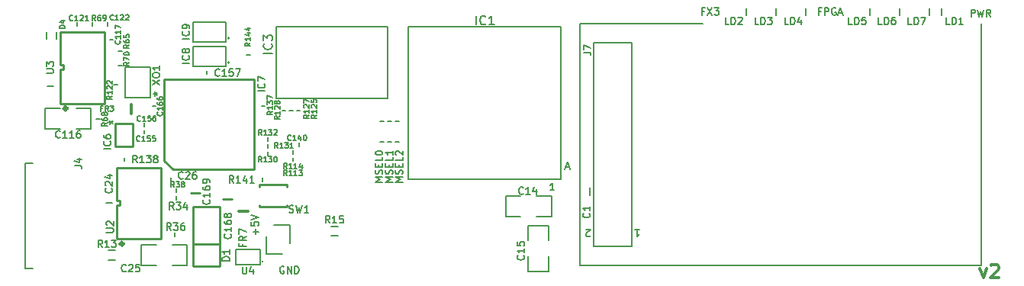
<source format=gto>
G04 (created by PCBNEW (2013-07-07 BZR 4022)-stable) date 27/11/2015 23:20:48*
%MOIN*%
G04 Gerber Fmt 3.4, Leading zero omitted, Abs format*
%FSLAX34Y34*%
G01*
G70*
G90*
G04 APERTURE LIST*
%ADD10C,0.00590551*%
%ADD11C,0.00787402*%
%ADD12C,0.012*%
%ADD13C,0.0117*%
%ADD14C,0.0077*%
%ADD15C,0.00984252*%
%ADD16C,0.0157*%
%ADD17C,0.01*%
%ADD18C,0.0079*%
%ADD19C,0.005*%
G04 APERTURE END LIST*
G54D10*
G54D11*
X66723Y-57854D02*
X66708Y-57869D01*
X66678Y-57884D01*
X66603Y-57884D01*
X66573Y-57869D01*
X66558Y-57854D01*
X66543Y-57824D01*
X66543Y-57794D01*
X66558Y-57749D01*
X66738Y-57569D01*
X66543Y-57569D01*
X68689Y-57569D02*
X68869Y-57569D01*
X68779Y-57569D02*
X68779Y-57884D01*
X68809Y-57839D01*
X68839Y-57809D01*
X68869Y-57794D01*
G54D12*
X83751Y-59294D02*
X83892Y-59687D01*
X84032Y-59294D01*
X84229Y-59153D02*
X84257Y-59125D01*
X84313Y-59097D01*
X84454Y-59097D01*
X84510Y-59125D01*
X84538Y-59153D01*
X84566Y-59209D01*
X84566Y-59266D01*
X84538Y-59350D01*
X84201Y-59687D01*
X84566Y-59687D01*
G54D11*
X76799Y-48033D02*
X76694Y-48033D01*
X76694Y-48198D02*
X76694Y-47883D01*
X76844Y-47883D01*
X76964Y-48198D02*
X76964Y-47883D01*
X77084Y-47883D01*
X77114Y-47898D01*
X77129Y-47913D01*
X77144Y-47943D01*
X77144Y-47988D01*
X77129Y-48018D01*
X77114Y-48033D01*
X77084Y-48048D01*
X76964Y-48048D01*
X77444Y-47898D02*
X77414Y-47883D01*
X77369Y-47883D01*
X77324Y-47898D01*
X77294Y-47928D01*
X77279Y-47958D01*
X77264Y-48018D01*
X77264Y-48063D01*
X77279Y-48123D01*
X77294Y-48153D01*
X77324Y-48183D01*
X77369Y-48198D01*
X77399Y-48198D01*
X77444Y-48183D01*
X77459Y-48168D01*
X77459Y-48063D01*
X77399Y-48063D01*
X77579Y-48108D02*
X77729Y-48108D01*
X77549Y-48198D02*
X77654Y-47883D01*
X77759Y-48198D01*
X71713Y-48033D02*
X71608Y-48033D01*
X71608Y-48198D02*
X71608Y-47883D01*
X71758Y-47883D01*
X71848Y-47883D02*
X72058Y-48198D01*
X72058Y-47883D02*
X71848Y-48198D01*
X72148Y-47883D02*
X72343Y-47883D01*
X72238Y-48003D01*
X72283Y-48003D01*
X72313Y-48018D01*
X72328Y-48033D01*
X72343Y-48063D01*
X72343Y-48138D01*
X72328Y-48168D01*
X72313Y-48183D01*
X72283Y-48198D01*
X72193Y-48198D01*
X72163Y-48183D01*
X72148Y-48168D01*
X83359Y-48277D02*
X83359Y-47962D01*
X83479Y-47962D01*
X83509Y-47977D01*
X83524Y-47992D01*
X83539Y-48022D01*
X83539Y-48067D01*
X83524Y-48097D01*
X83509Y-48112D01*
X83479Y-48127D01*
X83359Y-48127D01*
X83644Y-47962D02*
X83719Y-48277D01*
X83779Y-48052D01*
X83839Y-48277D01*
X83914Y-47962D01*
X84214Y-48277D02*
X84109Y-48127D01*
X84034Y-48277D02*
X84034Y-47962D01*
X84154Y-47962D01*
X84184Y-47977D01*
X84199Y-47992D01*
X84214Y-48022D01*
X84214Y-48067D01*
X84199Y-48097D01*
X84184Y-48112D01*
X84154Y-48127D01*
X84034Y-48127D01*
X58099Y-55497D02*
X57784Y-55497D01*
X58009Y-55392D01*
X57784Y-55287D01*
X58099Y-55287D01*
X58084Y-55152D02*
X58099Y-55107D01*
X58099Y-55032D01*
X58084Y-55002D01*
X58069Y-54987D01*
X58039Y-54972D01*
X58009Y-54972D01*
X57979Y-54987D01*
X57964Y-55002D01*
X57949Y-55032D01*
X57934Y-55092D01*
X57919Y-55122D01*
X57904Y-55137D01*
X57874Y-55152D01*
X57844Y-55152D01*
X57814Y-55137D01*
X57799Y-55122D01*
X57784Y-55092D01*
X57784Y-55017D01*
X57799Y-54972D01*
X57934Y-54837D02*
X57934Y-54732D01*
X58099Y-54687D02*
X58099Y-54837D01*
X57784Y-54837D01*
X57784Y-54687D01*
X58099Y-54402D02*
X58099Y-54552D01*
X57784Y-54552D01*
X58099Y-54132D02*
X58099Y-54312D01*
X58099Y-54222D02*
X57784Y-54222D01*
X57829Y-54252D01*
X57859Y-54282D01*
X57874Y-54312D01*
X58532Y-55497D02*
X58218Y-55497D01*
X58443Y-55392D01*
X58218Y-55287D01*
X58532Y-55287D01*
X58517Y-55152D02*
X58532Y-55107D01*
X58532Y-55032D01*
X58517Y-55002D01*
X58502Y-54987D01*
X58473Y-54972D01*
X58443Y-54972D01*
X58413Y-54987D01*
X58398Y-55002D01*
X58383Y-55032D01*
X58368Y-55092D01*
X58353Y-55122D01*
X58338Y-55137D01*
X58308Y-55152D01*
X58278Y-55152D01*
X58248Y-55137D01*
X58233Y-55122D01*
X58218Y-55092D01*
X58218Y-55017D01*
X58233Y-54972D01*
X58368Y-54837D02*
X58368Y-54732D01*
X58532Y-54687D02*
X58532Y-54837D01*
X58218Y-54837D01*
X58218Y-54687D01*
X58532Y-54402D02*
X58532Y-54552D01*
X58218Y-54552D01*
X58248Y-54312D02*
X58233Y-54297D01*
X58218Y-54267D01*
X58218Y-54192D01*
X58233Y-54162D01*
X58248Y-54147D01*
X58278Y-54132D01*
X58308Y-54132D01*
X58353Y-54147D01*
X58532Y-54327D01*
X58532Y-54132D01*
X57647Y-55497D02*
X57332Y-55497D01*
X57557Y-55392D01*
X57332Y-55287D01*
X57647Y-55287D01*
X57632Y-55152D02*
X57647Y-55107D01*
X57647Y-55032D01*
X57632Y-55002D01*
X57617Y-54987D01*
X57587Y-54972D01*
X57557Y-54972D01*
X57527Y-54987D01*
X57512Y-55002D01*
X57497Y-55032D01*
X57482Y-55092D01*
X57467Y-55122D01*
X57452Y-55137D01*
X57422Y-55152D01*
X57392Y-55152D01*
X57362Y-55137D01*
X57347Y-55122D01*
X57332Y-55092D01*
X57332Y-55017D01*
X57347Y-54972D01*
X57482Y-54837D02*
X57482Y-54732D01*
X57647Y-54687D02*
X57647Y-54837D01*
X57332Y-54837D01*
X57332Y-54687D01*
X57647Y-54402D02*
X57647Y-54552D01*
X57332Y-54552D01*
X57332Y-54237D02*
X57332Y-54207D01*
X57347Y-54177D01*
X57362Y-54162D01*
X57392Y-54147D01*
X57452Y-54132D01*
X57527Y-54132D01*
X57587Y-54147D01*
X57617Y-54162D01*
X57632Y-54177D01*
X57647Y-54207D01*
X57647Y-54237D01*
X57632Y-54267D01*
X57617Y-54282D01*
X57587Y-54297D01*
X57527Y-54312D01*
X57452Y-54312D01*
X57392Y-54297D01*
X57362Y-54282D01*
X57347Y-54267D01*
X57332Y-54237D01*
X53342Y-59197D02*
X53312Y-59182D01*
X53267Y-59182D01*
X53222Y-59197D01*
X53192Y-59227D01*
X53177Y-59257D01*
X53162Y-59317D01*
X53162Y-59362D01*
X53177Y-59422D01*
X53192Y-59452D01*
X53222Y-59482D01*
X53267Y-59497D01*
X53297Y-59497D01*
X53342Y-59482D01*
X53357Y-59467D01*
X53357Y-59362D01*
X53297Y-59362D01*
X53492Y-59497D02*
X53492Y-59182D01*
X53672Y-59497D01*
X53672Y-59182D01*
X53822Y-59497D02*
X53822Y-59182D01*
X53897Y-59182D01*
X53942Y-59197D01*
X53972Y-59227D01*
X53987Y-59257D01*
X54002Y-59317D01*
X54002Y-59362D01*
X53987Y-59422D01*
X53972Y-59452D01*
X53942Y-59482D01*
X53897Y-59497D01*
X53822Y-59497D01*
X52113Y-57786D02*
X52113Y-57546D01*
X52233Y-57666D02*
X51993Y-57666D01*
X51918Y-57246D02*
X51918Y-57396D01*
X52068Y-57411D01*
X52053Y-57396D01*
X52038Y-57366D01*
X52038Y-57291D01*
X52053Y-57261D01*
X52068Y-57246D01*
X52098Y-57231D01*
X52173Y-57231D01*
X52203Y-57246D01*
X52218Y-57261D01*
X52233Y-57291D01*
X52233Y-57366D01*
X52218Y-57396D01*
X52203Y-57411D01*
X51918Y-57141D02*
X52233Y-57036D01*
X51918Y-56931D01*
X82086Y-48228D02*
X82086Y-47913D01*
X58759Y-48700D02*
X58759Y-55393D01*
X65452Y-55393D02*
X65452Y-48700D01*
X65452Y-48700D02*
X58759Y-48700D01*
X65452Y-55393D02*
X58759Y-55393D01*
G54D13*
X46673Y-52499D02*
X46673Y-52107D01*
X51378Y-56771D02*
X51770Y-56771D01*
G54D14*
X57874Y-53759D02*
X58030Y-53759D01*
X57874Y-52854D02*
X58030Y-52854D01*
X57540Y-53759D02*
X57696Y-53759D01*
X57540Y-52854D02*
X57696Y-52854D01*
X52362Y-52165D02*
X52518Y-52165D01*
X58209Y-52854D02*
X58365Y-52854D01*
X58209Y-53759D02*
X58365Y-53759D01*
X45906Y-51259D02*
X46062Y-51259D01*
X52637Y-53544D02*
X52637Y-53700D01*
X46377Y-54585D02*
X46377Y-54429D01*
X53740Y-54585D02*
X53740Y-54429D01*
X54054Y-52362D02*
X53898Y-52362D01*
X52637Y-53859D02*
X52637Y-54015D01*
X52637Y-54173D02*
X52637Y-54329D01*
X53424Y-52362D02*
X53268Y-52362D01*
X53739Y-52362D02*
X53583Y-52362D01*
X53740Y-54270D02*
X53740Y-54114D01*
X52401Y-55315D02*
X52401Y-55471D01*
X51869Y-49940D02*
X51713Y-49940D01*
X47244Y-53229D02*
X47244Y-53385D01*
X47599Y-52185D02*
X47755Y-52185D01*
X49980Y-50630D02*
X49980Y-50786D01*
X47244Y-52914D02*
X47244Y-53070D01*
X53996Y-53780D02*
X53996Y-53936D01*
G54D15*
X46751Y-53956D02*
X45964Y-53956D01*
X46751Y-52933D02*
X46751Y-53956D01*
X45964Y-52933D02*
X46751Y-52933D01*
X45964Y-53956D02*
X45964Y-52933D01*
X53464Y-56574D02*
X53464Y-56496D01*
X53464Y-55629D02*
X53464Y-55708D01*
X52283Y-55629D02*
X52283Y-55708D01*
X52283Y-56574D02*
X52283Y-56496D01*
X53464Y-55610D02*
X52283Y-55610D01*
X53464Y-56594D02*
X52283Y-56594D01*
G54D16*
X46330Y-58208D02*
G75*
G03X46330Y-58208I-70J0D01*
G74*
G01*
G54D17*
X46042Y-57991D02*
X46042Y-56515D01*
X46042Y-56515D02*
X46180Y-56515D01*
X46180Y-56515D02*
X46180Y-56318D01*
X46180Y-56318D02*
X46042Y-56318D01*
X46042Y-56318D02*
X46042Y-54862D01*
X46042Y-54862D02*
X47972Y-54862D01*
X47972Y-54862D02*
X47972Y-57991D01*
X47972Y-57991D02*
X46042Y-57991D01*
G54D16*
X43869Y-52283D02*
G75*
G03X43869Y-52283I-70J0D01*
G74*
G01*
G54D17*
X43582Y-52066D02*
X43582Y-50590D01*
X43582Y-50590D02*
X43720Y-50590D01*
X43720Y-50590D02*
X43720Y-50393D01*
X43720Y-50393D02*
X43582Y-50393D01*
X43582Y-50393D02*
X43582Y-48937D01*
X43582Y-48937D02*
X45512Y-48937D01*
X45512Y-48937D02*
X45512Y-52066D01*
X45512Y-52066D02*
X43582Y-52066D01*
X49369Y-58208D02*
X50551Y-58208D01*
X49369Y-56594D02*
X50551Y-56594D01*
X50551Y-56594D02*
X50551Y-59192D01*
X50551Y-59192D02*
X49369Y-59192D01*
X49369Y-59192D02*
X49369Y-56594D01*
G54D15*
X51082Y-56259D02*
X50688Y-56259D01*
X49665Y-55984D02*
X49271Y-55984D01*
G54D11*
X47480Y-51811D02*
X46417Y-51811D01*
X46417Y-51811D02*
X46417Y-50472D01*
X46417Y-50472D02*
X47519Y-50472D01*
X47519Y-50472D02*
X47519Y-51811D01*
X47519Y-51811D02*
X47480Y-51811D01*
G54D15*
X48110Y-54566D02*
X48503Y-54960D01*
X48110Y-54566D02*
X48110Y-51023D01*
X48110Y-51023D02*
X52047Y-51023D01*
X52047Y-51023D02*
X52047Y-54960D01*
X52047Y-54960D02*
X48503Y-54960D01*
G54D11*
X53602Y-58188D02*
X53602Y-57362D01*
X53602Y-57362D02*
X52893Y-57362D01*
X53287Y-58661D02*
X52578Y-58661D01*
X52578Y-58661D02*
X52578Y-57874D01*
X52439Y-58976D02*
G75*
G03X52439Y-58976I-27J0D01*
G74*
G01*
X52293Y-59055D02*
X52293Y-58444D01*
X52293Y-58444D02*
X51250Y-58444D01*
X51250Y-58444D02*
X51250Y-59114D01*
X51250Y-59114D02*
X52293Y-59114D01*
X52293Y-59114D02*
X52293Y-59055D01*
X57883Y-51860D02*
X53001Y-51860D01*
X53001Y-48710D02*
X53001Y-51860D01*
X53001Y-48710D02*
X57883Y-48710D01*
X57883Y-48710D02*
X57883Y-51860D01*
X50964Y-49212D02*
G75*
G03X50964Y-49212I-39J0D01*
G74*
G01*
X49389Y-49370D02*
X50807Y-49370D01*
X50807Y-49370D02*
X50807Y-48503D01*
X50807Y-48503D02*
X49389Y-48503D01*
X49389Y-49370D02*
X49389Y-48503D01*
X50964Y-50275D02*
G75*
G03X50964Y-50275I-39J0D01*
G74*
G01*
X49389Y-50433D02*
X50807Y-50433D01*
X50807Y-50433D02*
X50807Y-49566D01*
X50807Y-49566D02*
X49389Y-49566D01*
X49389Y-50433D02*
X49389Y-49566D01*
X81535Y-47913D02*
X81535Y-48228D01*
X80236Y-47913D02*
X80236Y-48228D01*
X78937Y-47913D02*
X78937Y-48228D01*
X76141Y-47913D02*
X76141Y-48228D01*
X74842Y-47913D02*
X74842Y-48228D01*
X73543Y-47913D02*
X73543Y-48228D01*
G54D18*
X45983Y-58493D02*
X45669Y-58493D01*
X45983Y-58917D02*
X45669Y-58917D01*
G54D11*
X42047Y-59271D02*
X42381Y-59271D01*
X42047Y-54665D02*
X42381Y-54665D01*
X42047Y-54665D02*
X42047Y-59271D01*
G54D14*
X46259Y-49763D02*
X46103Y-49763D01*
X45294Y-52736D02*
X45138Y-52736D01*
X44980Y-48524D02*
X44980Y-48680D01*
X48641Y-55788D02*
X48641Y-55944D01*
X48641Y-56278D02*
X48641Y-56122D01*
X48582Y-57717D02*
X48582Y-57873D01*
X46259Y-50413D02*
X46103Y-50413D01*
X45845Y-56417D02*
X45571Y-56417D01*
X48425Y-55315D02*
X48425Y-55471D01*
X44311Y-48680D02*
X44311Y-48524D01*
X45729Y-49291D02*
X45885Y-49291D01*
X45649Y-48524D02*
X45649Y-48680D01*
G54D19*
X44917Y-53166D02*
X44917Y-52266D01*
X44917Y-52266D02*
X44267Y-52266D01*
X43567Y-53166D02*
X42917Y-53166D01*
X42917Y-53166D02*
X42917Y-52266D01*
X42917Y-52266D02*
X43567Y-52266D01*
X44267Y-53166D02*
X44917Y-53166D01*
X47110Y-58250D02*
X47110Y-59150D01*
X47110Y-59150D02*
X47760Y-59150D01*
X48460Y-58250D02*
X49110Y-58250D01*
X49110Y-58250D02*
X49110Y-59150D01*
X49110Y-59150D02*
X48460Y-59150D01*
X47760Y-58250D02*
X47110Y-58250D01*
G54D14*
X43286Y-51318D02*
X43012Y-51318D01*
G54D18*
X55708Y-57430D02*
X55394Y-57430D01*
X55708Y-57854D02*
X55394Y-57854D01*
X43415Y-49251D02*
X43415Y-48937D01*
X42991Y-49251D02*
X42991Y-48937D01*
X66289Y-55748D02*
X66289Y-56062D01*
X66713Y-55748D02*
X66713Y-56062D01*
G54D19*
X65035Y-57024D02*
X65035Y-56124D01*
X65035Y-56124D02*
X64385Y-56124D01*
X63685Y-57024D02*
X63035Y-57024D01*
X63035Y-57024D02*
X63035Y-56124D01*
X63035Y-56124D02*
X63685Y-56124D01*
X64385Y-57024D02*
X65035Y-57024D01*
X64898Y-57405D02*
X63998Y-57405D01*
X63998Y-57405D02*
X63998Y-58055D01*
X64898Y-58755D02*
X64898Y-59405D01*
X64898Y-59405D02*
X63998Y-59405D01*
X63998Y-59405D02*
X63998Y-58755D01*
X64898Y-58055D02*
X64898Y-57405D01*
G54D11*
X66259Y-48582D02*
X71653Y-48582D01*
X83818Y-59133D02*
X83818Y-48582D01*
X66259Y-59133D02*
X83818Y-59133D01*
X66259Y-59133D02*
X66259Y-48582D01*
X68543Y-49409D02*
X68543Y-58307D01*
X66889Y-58307D02*
X66889Y-49409D01*
X66889Y-49409D02*
X68543Y-49409D01*
X66889Y-58307D02*
X68543Y-58307D01*
X82427Y-48611D02*
X82277Y-48611D01*
X82277Y-48296D01*
X82532Y-48611D02*
X82532Y-48296D01*
X82607Y-48296D01*
X82652Y-48311D01*
X82682Y-48341D01*
X82697Y-48371D01*
X82712Y-48431D01*
X82712Y-48476D01*
X82697Y-48536D01*
X82682Y-48566D01*
X82652Y-48596D01*
X82607Y-48611D01*
X82532Y-48611D01*
X83012Y-48611D02*
X82832Y-48611D01*
X82922Y-48611D02*
X82922Y-48296D01*
X82892Y-48341D01*
X82862Y-48371D01*
X82832Y-48386D01*
X61741Y-48623D02*
X61741Y-48230D01*
X62154Y-48586D02*
X62135Y-48605D01*
X62079Y-48623D01*
X62041Y-48623D01*
X61985Y-48605D01*
X61947Y-48567D01*
X61929Y-48530D01*
X61910Y-48455D01*
X61910Y-48398D01*
X61929Y-48323D01*
X61947Y-48286D01*
X61985Y-48248D01*
X62041Y-48230D01*
X62079Y-48230D01*
X62135Y-48248D01*
X62154Y-48267D01*
X62529Y-48623D02*
X62304Y-48623D01*
X62416Y-48623D02*
X62416Y-48230D01*
X62379Y-48286D01*
X62341Y-48323D01*
X62304Y-48342D01*
X65149Y-55855D02*
X64969Y-55855D01*
X65059Y-55855D02*
X65059Y-55540D01*
X65029Y-55585D01*
X64999Y-55615D01*
X64969Y-55630D01*
X65653Y-54840D02*
X65803Y-54840D01*
X65623Y-54930D02*
X65728Y-54615D01*
X65833Y-54930D01*
G54D10*
X45413Y-52275D02*
X45334Y-52275D01*
X45334Y-52398D02*
X45334Y-52162D01*
X45447Y-52162D01*
X45672Y-52398D02*
X45593Y-52286D01*
X45537Y-52398D02*
X45537Y-52162D01*
X45627Y-52162D01*
X45649Y-52173D01*
X45660Y-52185D01*
X45672Y-52207D01*
X45672Y-52241D01*
X45660Y-52263D01*
X45649Y-52275D01*
X45627Y-52286D01*
X45537Y-52286D01*
X45750Y-52162D02*
X45897Y-52162D01*
X45818Y-52252D01*
X45852Y-52252D01*
X45874Y-52263D01*
X45885Y-52275D01*
X45897Y-52297D01*
X45897Y-52353D01*
X45885Y-52376D01*
X45874Y-52387D01*
X45852Y-52398D01*
X45784Y-52398D01*
X45762Y-52387D01*
X45750Y-52376D01*
G54D11*
X51537Y-58215D02*
X51537Y-58320D01*
X51702Y-58320D02*
X51387Y-58320D01*
X51387Y-58170D01*
X51702Y-57870D02*
X51552Y-57975D01*
X51702Y-58050D02*
X51387Y-58050D01*
X51387Y-57930D01*
X51402Y-57900D01*
X51417Y-57885D01*
X51447Y-57870D01*
X51492Y-57870D01*
X51522Y-57885D01*
X51537Y-57900D01*
X51552Y-57930D01*
X51552Y-58050D01*
X51387Y-57765D02*
X51387Y-57555D01*
X51702Y-57690D01*
G54D10*
X52851Y-52410D02*
X52739Y-52488D01*
X52851Y-52544D02*
X52615Y-52544D01*
X52615Y-52455D01*
X52626Y-52432D01*
X52637Y-52421D01*
X52660Y-52410D01*
X52694Y-52410D01*
X52716Y-52421D01*
X52727Y-52432D01*
X52739Y-52455D01*
X52739Y-52544D01*
X52851Y-52185D02*
X52851Y-52320D01*
X52851Y-52252D02*
X52615Y-52252D01*
X52649Y-52275D01*
X52671Y-52297D01*
X52682Y-52320D01*
X52615Y-52106D02*
X52615Y-51960D01*
X52705Y-52038D01*
X52705Y-52005D01*
X52716Y-51982D01*
X52727Y-51971D01*
X52750Y-51960D01*
X52806Y-51960D01*
X52829Y-51971D01*
X52840Y-51982D01*
X52851Y-52005D01*
X52851Y-52072D01*
X52840Y-52095D01*
X52829Y-52106D01*
X52615Y-51881D02*
X52615Y-51723D01*
X52851Y-51825D01*
X45843Y-51740D02*
X45731Y-51819D01*
X45843Y-51875D02*
X45607Y-51875D01*
X45607Y-51785D01*
X45618Y-51763D01*
X45629Y-51751D01*
X45652Y-51740D01*
X45686Y-51740D01*
X45708Y-51751D01*
X45719Y-51763D01*
X45731Y-51785D01*
X45731Y-51875D01*
X45843Y-51515D02*
X45843Y-51650D01*
X45843Y-51583D02*
X45607Y-51583D01*
X45641Y-51605D01*
X45663Y-51628D01*
X45674Y-51650D01*
X45629Y-51425D02*
X45618Y-51414D01*
X45607Y-51392D01*
X45607Y-51335D01*
X45618Y-51313D01*
X45629Y-51302D01*
X45652Y-51290D01*
X45674Y-51290D01*
X45708Y-51302D01*
X45843Y-51437D01*
X45843Y-51290D01*
X45629Y-51200D02*
X45618Y-51189D01*
X45607Y-51167D01*
X45607Y-51110D01*
X45618Y-51088D01*
X45629Y-51077D01*
X45652Y-51065D01*
X45674Y-51065D01*
X45708Y-51077D01*
X45843Y-51212D01*
X45843Y-51065D01*
X52373Y-53442D02*
X52294Y-53329D01*
X52238Y-53442D02*
X52238Y-53205D01*
X52328Y-53205D01*
X52350Y-53217D01*
X52362Y-53228D01*
X52373Y-53250D01*
X52373Y-53284D01*
X52362Y-53307D01*
X52350Y-53318D01*
X52328Y-53329D01*
X52238Y-53329D01*
X52598Y-53442D02*
X52463Y-53442D01*
X52530Y-53442D02*
X52530Y-53205D01*
X52508Y-53239D01*
X52485Y-53262D01*
X52463Y-53273D01*
X52677Y-53205D02*
X52823Y-53205D01*
X52744Y-53295D01*
X52778Y-53295D01*
X52800Y-53307D01*
X52812Y-53318D01*
X52823Y-53340D01*
X52823Y-53397D01*
X52812Y-53419D01*
X52800Y-53430D01*
X52778Y-53442D01*
X52710Y-53442D01*
X52688Y-53430D01*
X52677Y-53419D01*
X52913Y-53228D02*
X52924Y-53217D01*
X52947Y-53205D01*
X53003Y-53205D01*
X53025Y-53217D01*
X53037Y-53228D01*
X53048Y-53250D01*
X53048Y-53273D01*
X53037Y-53307D01*
X52902Y-53442D01*
X53048Y-53442D01*
G54D11*
X46931Y-54655D02*
X46826Y-54505D01*
X46751Y-54655D02*
X46751Y-54340D01*
X46871Y-54340D01*
X46901Y-54355D01*
X46916Y-54370D01*
X46931Y-54400D01*
X46931Y-54445D01*
X46916Y-54475D01*
X46901Y-54490D01*
X46871Y-54505D01*
X46751Y-54505D01*
X47230Y-54655D02*
X47050Y-54655D01*
X47140Y-54655D02*
X47140Y-54340D01*
X47110Y-54385D01*
X47080Y-54415D01*
X47050Y-54430D01*
X47335Y-54340D02*
X47530Y-54340D01*
X47425Y-54460D01*
X47470Y-54460D01*
X47500Y-54475D01*
X47515Y-54490D01*
X47530Y-54520D01*
X47530Y-54595D01*
X47515Y-54625D01*
X47500Y-54640D01*
X47470Y-54655D01*
X47380Y-54655D01*
X47350Y-54640D01*
X47335Y-54625D01*
X47710Y-54475D02*
X47680Y-54460D01*
X47665Y-54445D01*
X47650Y-54415D01*
X47650Y-54400D01*
X47665Y-54370D01*
X47680Y-54355D01*
X47710Y-54340D01*
X47770Y-54340D01*
X47800Y-54355D01*
X47815Y-54370D01*
X47830Y-54400D01*
X47830Y-54415D01*
X47815Y-54445D01*
X47800Y-54460D01*
X47770Y-54475D01*
X47710Y-54475D01*
X47680Y-54490D01*
X47665Y-54505D01*
X47650Y-54535D01*
X47650Y-54595D01*
X47665Y-54625D01*
X47680Y-54640D01*
X47710Y-54655D01*
X47770Y-54655D01*
X47800Y-54640D01*
X47815Y-54625D01*
X47830Y-54595D01*
X47830Y-54535D01*
X47815Y-54505D01*
X47800Y-54490D01*
X47770Y-54475D01*
G54D10*
X53475Y-55213D02*
X53397Y-55101D01*
X53340Y-55213D02*
X53340Y-54977D01*
X53430Y-54977D01*
X53453Y-54988D01*
X53464Y-55000D01*
X53475Y-55022D01*
X53475Y-55056D01*
X53464Y-55078D01*
X53453Y-55089D01*
X53430Y-55101D01*
X53340Y-55101D01*
X53700Y-55213D02*
X53565Y-55213D01*
X53633Y-55213D02*
X53633Y-54977D01*
X53610Y-55011D01*
X53588Y-55033D01*
X53565Y-55044D01*
X53925Y-55213D02*
X53790Y-55213D01*
X53858Y-55213D02*
X53858Y-54977D01*
X53835Y-55011D01*
X53813Y-55033D01*
X53790Y-55044D01*
X54004Y-54977D02*
X54150Y-54977D01*
X54071Y-55067D01*
X54105Y-55067D01*
X54128Y-55078D01*
X54139Y-55089D01*
X54150Y-55112D01*
X54150Y-55168D01*
X54139Y-55191D01*
X54128Y-55202D01*
X54105Y-55213D01*
X54038Y-55213D01*
X54015Y-55202D01*
X54004Y-55191D01*
X54780Y-52567D02*
X54668Y-52646D01*
X54780Y-52702D02*
X54544Y-52702D01*
X54544Y-52612D01*
X54555Y-52589D01*
X54566Y-52578D01*
X54589Y-52567D01*
X54623Y-52567D01*
X54645Y-52578D01*
X54656Y-52589D01*
X54668Y-52612D01*
X54668Y-52702D01*
X54780Y-52342D02*
X54780Y-52477D01*
X54780Y-52410D02*
X54544Y-52410D01*
X54578Y-52432D01*
X54600Y-52455D01*
X54611Y-52477D01*
X54566Y-52252D02*
X54555Y-52241D01*
X54544Y-52218D01*
X54544Y-52162D01*
X54555Y-52140D01*
X54566Y-52128D01*
X54589Y-52117D01*
X54611Y-52117D01*
X54645Y-52128D01*
X54780Y-52263D01*
X54780Y-52117D01*
X54544Y-51903D02*
X54544Y-52016D01*
X54656Y-52027D01*
X54645Y-52016D01*
X54634Y-51993D01*
X54634Y-51937D01*
X54645Y-51915D01*
X54656Y-51903D01*
X54679Y-51892D01*
X54735Y-51892D01*
X54758Y-51903D01*
X54769Y-51915D01*
X54780Y-51937D01*
X54780Y-51993D01*
X54769Y-52016D01*
X54758Y-52027D01*
X53082Y-54012D02*
X53003Y-53900D01*
X52947Y-54012D02*
X52947Y-53776D01*
X53037Y-53776D01*
X53059Y-53787D01*
X53070Y-53799D01*
X53082Y-53821D01*
X53082Y-53855D01*
X53070Y-53877D01*
X53059Y-53889D01*
X53037Y-53900D01*
X52947Y-53900D01*
X53307Y-54012D02*
X53172Y-54012D01*
X53239Y-54012D02*
X53239Y-53776D01*
X53217Y-53810D01*
X53194Y-53832D01*
X53172Y-53844D01*
X53385Y-53776D02*
X53532Y-53776D01*
X53453Y-53866D01*
X53487Y-53866D01*
X53509Y-53877D01*
X53520Y-53889D01*
X53532Y-53911D01*
X53532Y-53967D01*
X53520Y-53990D01*
X53509Y-54001D01*
X53487Y-54012D01*
X53419Y-54012D01*
X53397Y-54001D01*
X53385Y-53990D01*
X53757Y-54012D02*
X53622Y-54012D01*
X53689Y-54012D02*
X53689Y-53776D01*
X53667Y-53810D01*
X53644Y-53832D01*
X53622Y-53844D01*
X52373Y-54623D02*
X52294Y-54510D01*
X52238Y-54623D02*
X52238Y-54386D01*
X52328Y-54386D01*
X52350Y-54398D01*
X52362Y-54409D01*
X52373Y-54431D01*
X52373Y-54465D01*
X52362Y-54488D01*
X52350Y-54499D01*
X52328Y-54510D01*
X52238Y-54510D01*
X52598Y-54623D02*
X52463Y-54623D01*
X52530Y-54623D02*
X52530Y-54386D01*
X52508Y-54420D01*
X52485Y-54443D01*
X52463Y-54454D01*
X52677Y-54386D02*
X52823Y-54386D01*
X52744Y-54476D01*
X52778Y-54476D01*
X52800Y-54488D01*
X52812Y-54499D01*
X52823Y-54521D01*
X52823Y-54578D01*
X52812Y-54600D01*
X52800Y-54611D01*
X52778Y-54623D01*
X52710Y-54623D01*
X52688Y-54611D01*
X52677Y-54600D01*
X52969Y-54386D02*
X52992Y-54386D01*
X53014Y-54398D01*
X53025Y-54409D01*
X53037Y-54431D01*
X53048Y-54476D01*
X53048Y-54533D01*
X53037Y-54578D01*
X53025Y-54600D01*
X53014Y-54611D01*
X52992Y-54623D01*
X52969Y-54623D01*
X52947Y-54611D01*
X52935Y-54600D01*
X52924Y-54578D01*
X52913Y-54533D01*
X52913Y-54476D01*
X52924Y-54431D01*
X52935Y-54409D01*
X52947Y-54398D01*
X52969Y-54386D01*
X53166Y-52626D02*
X53053Y-52705D01*
X53166Y-52761D02*
X52930Y-52761D01*
X52930Y-52671D01*
X52941Y-52649D01*
X52952Y-52637D01*
X52975Y-52626D01*
X53008Y-52626D01*
X53031Y-52637D01*
X53042Y-52649D01*
X53053Y-52671D01*
X53053Y-52761D01*
X53166Y-52401D02*
X53166Y-52536D01*
X53166Y-52469D02*
X52930Y-52469D01*
X52964Y-52491D01*
X52986Y-52514D01*
X52997Y-52536D01*
X52952Y-52311D02*
X52941Y-52300D01*
X52930Y-52277D01*
X52930Y-52221D01*
X52941Y-52199D01*
X52952Y-52187D01*
X52975Y-52176D01*
X52997Y-52176D01*
X53031Y-52187D01*
X53166Y-52322D01*
X53166Y-52176D01*
X53031Y-52041D02*
X53020Y-52064D01*
X53008Y-52075D01*
X52986Y-52086D01*
X52975Y-52086D01*
X52952Y-52075D01*
X52941Y-52064D01*
X52930Y-52041D01*
X52930Y-51996D01*
X52941Y-51974D01*
X52952Y-51962D01*
X52975Y-51951D01*
X52986Y-51951D01*
X53008Y-51962D01*
X53020Y-51974D01*
X53031Y-51996D01*
X53031Y-52041D01*
X53042Y-52064D01*
X53053Y-52075D01*
X53076Y-52086D01*
X53121Y-52086D01*
X53143Y-52075D01*
X53155Y-52064D01*
X53166Y-52041D01*
X53166Y-51996D01*
X53155Y-51974D01*
X53143Y-51962D01*
X53121Y-51951D01*
X53076Y-51951D01*
X53053Y-51962D01*
X53042Y-51974D01*
X53031Y-51996D01*
X54446Y-52567D02*
X54333Y-52646D01*
X54446Y-52702D02*
X54209Y-52702D01*
X54209Y-52612D01*
X54221Y-52589D01*
X54232Y-52578D01*
X54254Y-52567D01*
X54288Y-52567D01*
X54311Y-52578D01*
X54322Y-52589D01*
X54333Y-52612D01*
X54333Y-52702D01*
X54446Y-52342D02*
X54446Y-52477D01*
X54446Y-52410D02*
X54209Y-52410D01*
X54243Y-52432D01*
X54266Y-52455D01*
X54277Y-52477D01*
X54232Y-52252D02*
X54221Y-52241D01*
X54209Y-52218D01*
X54209Y-52162D01*
X54221Y-52140D01*
X54232Y-52128D01*
X54254Y-52117D01*
X54277Y-52117D01*
X54311Y-52128D01*
X54446Y-52263D01*
X54446Y-52117D01*
X54209Y-52038D02*
X54209Y-51881D01*
X54446Y-51982D01*
X53475Y-54918D02*
X53397Y-54805D01*
X53340Y-54918D02*
X53340Y-54682D01*
X53430Y-54682D01*
X53453Y-54693D01*
X53464Y-54704D01*
X53475Y-54727D01*
X53475Y-54760D01*
X53464Y-54783D01*
X53453Y-54794D01*
X53430Y-54805D01*
X53340Y-54805D01*
X53700Y-54918D02*
X53565Y-54918D01*
X53633Y-54918D02*
X53633Y-54682D01*
X53610Y-54715D01*
X53588Y-54738D01*
X53565Y-54749D01*
X53925Y-54918D02*
X53790Y-54918D01*
X53858Y-54918D02*
X53858Y-54682D01*
X53835Y-54715D01*
X53813Y-54738D01*
X53790Y-54749D01*
X54128Y-54760D02*
X54128Y-54918D01*
X54071Y-54670D02*
X54015Y-54839D01*
X54161Y-54839D01*
G54D11*
X51143Y-55540D02*
X51038Y-55390D01*
X50963Y-55540D02*
X50963Y-55225D01*
X51083Y-55225D01*
X51113Y-55240D01*
X51128Y-55255D01*
X51143Y-55285D01*
X51143Y-55330D01*
X51128Y-55360D01*
X51113Y-55375D01*
X51083Y-55390D01*
X50963Y-55390D01*
X51443Y-55540D02*
X51263Y-55540D01*
X51353Y-55540D02*
X51353Y-55225D01*
X51323Y-55270D01*
X51293Y-55300D01*
X51263Y-55315D01*
X51713Y-55330D02*
X51713Y-55540D01*
X51638Y-55210D02*
X51563Y-55435D01*
X51758Y-55435D01*
X52043Y-55540D02*
X51863Y-55540D01*
X51953Y-55540D02*
X51953Y-55225D01*
X51923Y-55270D01*
X51893Y-55300D01*
X51863Y-55315D01*
G54D10*
X51886Y-49417D02*
X51774Y-49496D01*
X51886Y-49552D02*
X51650Y-49552D01*
X51650Y-49462D01*
X51661Y-49440D01*
X51673Y-49429D01*
X51695Y-49417D01*
X51729Y-49417D01*
X51751Y-49429D01*
X51763Y-49440D01*
X51774Y-49462D01*
X51774Y-49552D01*
X51886Y-49192D02*
X51886Y-49327D01*
X51886Y-49260D02*
X51650Y-49260D01*
X51684Y-49282D01*
X51706Y-49305D01*
X51718Y-49327D01*
X51729Y-48990D02*
X51886Y-48990D01*
X51639Y-49046D02*
X51808Y-49102D01*
X51808Y-48956D01*
X51729Y-48765D02*
X51886Y-48765D01*
X51639Y-48821D02*
X51808Y-48877D01*
X51808Y-48731D01*
X47058Y-53695D02*
X47047Y-53706D01*
X47013Y-53717D01*
X46991Y-53717D01*
X46957Y-53706D01*
X46934Y-53683D01*
X46923Y-53661D01*
X46912Y-53616D01*
X46912Y-53582D01*
X46923Y-53537D01*
X46934Y-53515D01*
X46957Y-53492D01*
X46991Y-53481D01*
X47013Y-53481D01*
X47047Y-53492D01*
X47058Y-53503D01*
X47283Y-53717D02*
X47148Y-53717D01*
X47215Y-53717D02*
X47215Y-53481D01*
X47193Y-53515D01*
X47170Y-53537D01*
X47148Y-53548D01*
X47497Y-53481D02*
X47384Y-53481D01*
X47373Y-53593D01*
X47384Y-53582D01*
X47407Y-53571D01*
X47463Y-53571D01*
X47485Y-53582D01*
X47497Y-53593D01*
X47508Y-53616D01*
X47508Y-53672D01*
X47497Y-53695D01*
X47485Y-53706D01*
X47463Y-53717D01*
X47407Y-53717D01*
X47384Y-53706D01*
X47373Y-53695D01*
X47722Y-53481D02*
X47609Y-53481D01*
X47598Y-53593D01*
X47609Y-53582D01*
X47632Y-53571D01*
X47688Y-53571D01*
X47710Y-53582D01*
X47722Y-53593D01*
X47733Y-53616D01*
X47733Y-53672D01*
X47722Y-53695D01*
X47710Y-53706D01*
X47688Y-53717D01*
X47632Y-53717D01*
X47609Y-53706D01*
X47598Y-53695D01*
X48025Y-52449D02*
X48037Y-52460D01*
X48048Y-52494D01*
X48048Y-52516D01*
X48037Y-52550D01*
X48014Y-52573D01*
X47992Y-52584D01*
X47947Y-52595D01*
X47913Y-52595D01*
X47868Y-52584D01*
X47845Y-52573D01*
X47823Y-52550D01*
X47812Y-52516D01*
X47812Y-52494D01*
X47823Y-52460D01*
X47834Y-52449D01*
X48048Y-52224D02*
X48048Y-52359D01*
X48048Y-52291D02*
X47812Y-52291D01*
X47845Y-52314D01*
X47868Y-52336D01*
X47879Y-52359D01*
X47812Y-52021D02*
X47812Y-52066D01*
X47823Y-52089D01*
X47834Y-52100D01*
X47868Y-52123D01*
X47913Y-52134D01*
X48003Y-52134D01*
X48025Y-52123D01*
X48037Y-52111D01*
X48048Y-52089D01*
X48048Y-52044D01*
X48037Y-52021D01*
X48025Y-52010D01*
X48003Y-51999D01*
X47947Y-51999D01*
X47924Y-52010D01*
X47913Y-52021D01*
X47902Y-52044D01*
X47902Y-52089D01*
X47913Y-52111D01*
X47924Y-52123D01*
X47947Y-52134D01*
X47812Y-51796D02*
X47812Y-51841D01*
X47823Y-51864D01*
X47834Y-51875D01*
X47868Y-51898D01*
X47913Y-51909D01*
X48003Y-51909D01*
X48025Y-51898D01*
X48037Y-51886D01*
X48048Y-51864D01*
X48048Y-51819D01*
X48037Y-51796D01*
X48025Y-51785D01*
X48003Y-51774D01*
X47947Y-51774D01*
X47924Y-51785D01*
X47913Y-51796D01*
X47902Y-51819D01*
X47902Y-51864D01*
X47913Y-51886D01*
X47924Y-51898D01*
X47947Y-51909D01*
G54D11*
X50533Y-50845D02*
X50518Y-50860D01*
X50473Y-50875D01*
X50443Y-50875D01*
X50398Y-50860D01*
X50368Y-50830D01*
X50353Y-50800D01*
X50338Y-50740D01*
X50338Y-50695D01*
X50353Y-50635D01*
X50368Y-50605D01*
X50398Y-50575D01*
X50443Y-50560D01*
X50473Y-50560D01*
X50518Y-50575D01*
X50533Y-50590D01*
X50833Y-50875D02*
X50653Y-50875D01*
X50743Y-50875D02*
X50743Y-50560D01*
X50713Y-50605D01*
X50683Y-50635D01*
X50653Y-50650D01*
X51118Y-50560D02*
X50968Y-50560D01*
X50953Y-50710D01*
X50968Y-50695D01*
X50998Y-50680D01*
X51073Y-50680D01*
X51103Y-50695D01*
X51118Y-50710D01*
X51133Y-50740D01*
X51133Y-50815D01*
X51118Y-50845D01*
X51103Y-50860D01*
X51073Y-50875D01*
X50998Y-50875D01*
X50968Y-50860D01*
X50953Y-50845D01*
X51238Y-50560D02*
X51448Y-50560D01*
X51313Y-50875D01*
G54D10*
X47078Y-52809D02*
X47066Y-52820D01*
X47033Y-52831D01*
X47010Y-52831D01*
X46976Y-52820D01*
X46954Y-52798D01*
X46943Y-52775D01*
X46931Y-52730D01*
X46931Y-52696D01*
X46943Y-52651D01*
X46954Y-52629D01*
X46976Y-52606D01*
X47010Y-52595D01*
X47033Y-52595D01*
X47066Y-52606D01*
X47078Y-52618D01*
X47303Y-52831D02*
X47168Y-52831D01*
X47235Y-52831D02*
X47235Y-52595D01*
X47213Y-52629D01*
X47190Y-52651D01*
X47168Y-52663D01*
X47516Y-52595D02*
X47404Y-52595D01*
X47393Y-52708D01*
X47404Y-52696D01*
X47426Y-52685D01*
X47483Y-52685D01*
X47505Y-52696D01*
X47516Y-52708D01*
X47528Y-52730D01*
X47528Y-52786D01*
X47516Y-52809D01*
X47505Y-52820D01*
X47483Y-52831D01*
X47426Y-52831D01*
X47404Y-52820D01*
X47393Y-52809D01*
X47730Y-52595D02*
X47685Y-52595D01*
X47663Y-52606D01*
X47651Y-52618D01*
X47629Y-52651D01*
X47618Y-52696D01*
X47618Y-52786D01*
X47629Y-52809D01*
X47640Y-52820D01*
X47663Y-52831D01*
X47708Y-52831D01*
X47730Y-52820D01*
X47741Y-52809D01*
X47753Y-52786D01*
X47753Y-52730D01*
X47741Y-52708D01*
X47730Y-52696D01*
X47708Y-52685D01*
X47663Y-52685D01*
X47640Y-52696D01*
X47629Y-52708D01*
X47618Y-52730D01*
X53652Y-53655D02*
X53641Y-53667D01*
X53607Y-53678D01*
X53585Y-53678D01*
X53551Y-53667D01*
X53529Y-53644D01*
X53517Y-53622D01*
X53506Y-53577D01*
X53506Y-53543D01*
X53517Y-53498D01*
X53529Y-53475D01*
X53551Y-53453D01*
X53585Y-53442D01*
X53607Y-53442D01*
X53641Y-53453D01*
X53652Y-53464D01*
X53877Y-53678D02*
X53742Y-53678D01*
X53810Y-53678D02*
X53810Y-53442D01*
X53787Y-53475D01*
X53765Y-53498D01*
X53742Y-53509D01*
X54080Y-53520D02*
X54080Y-53678D01*
X54024Y-53430D02*
X53967Y-53599D01*
X54114Y-53599D01*
X54249Y-53442D02*
X54271Y-53442D01*
X54294Y-53453D01*
X54305Y-53464D01*
X54316Y-53487D01*
X54327Y-53532D01*
X54327Y-53588D01*
X54316Y-53633D01*
X54305Y-53655D01*
X54294Y-53667D01*
X54271Y-53678D01*
X54249Y-53678D01*
X54226Y-53667D01*
X54215Y-53655D01*
X54204Y-53633D01*
X54192Y-53588D01*
X54192Y-53532D01*
X54204Y-53487D01*
X54215Y-53464D01*
X54226Y-53453D01*
X54249Y-53442D01*
G54D11*
X45777Y-54047D02*
X45462Y-54047D01*
X45747Y-53717D02*
X45762Y-53732D01*
X45777Y-53777D01*
X45777Y-53807D01*
X45762Y-53852D01*
X45732Y-53882D01*
X45702Y-53897D01*
X45642Y-53912D01*
X45597Y-53912D01*
X45537Y-53897D01*
X45507Y-53882D01*
X45477Y-53852D01*
X45462Y-53807D01*
X45462Y-53777D01*
X45477Y-53732D01*
X45492Y-53717D01*
X45462Y-53447D02*
X45462Y-53507D01*
X45477Y-53537D01*
X45492Y-53552D01*
X45537Y-53582D01*
X45597Y-53597D01*
X45717Y-53597D01*
X45747Y-53582D01*
X45762Y-53567D01*
X45777Y-53537D01*
X45777Y-53477D01*
X45762Y-53447D01*
X45747Y-53432D01*
X45717Y-53417D01*
X45642Y-53417D01*
X45612Y-53432D01*
X45597Y-53447D01*
X45582Y-53477D01*
X45582Y-53537D01*
X45597Y-53567D01*
X45612Y-53582D01*
X45642Y-53597D01*
G54D10*
X45690Y-52893D02*
X45784Y-52893D01*
X45747Y-52987D02*
X45784Y-52893D01*
X45747Y-52799D01*
X45859Y-52949D02*
X45784Y-52893D01*
X45859Y-52837D01*
G54D11*
X53576Y-56825D02*
X53621Y-56840D01*
X53696Y-56840D01*
X53726Y-56825D01*
X53741Y-56810D01*
X53756Y-56780D01*
X53756Y-56750D01*
X53741Y-56720D01*
X53726Y-56705D01*
X53696Y-56690D01*
X53636Y-56675D01*
X53606Y-56660D01*
X53591Y-56645D01*
X53576Y-56615D01*
X53576Y-56585D01*
X53591Y-56555D01*
X53606Y-56540D01*
X53636Y-56525D01*
X53711Y-56525D01*
X53756Y-56540D01*
X53861Y-56525D02*
X53936Y-56840D01*
X53996Y-56615D01*
X54056Y-56840D01*
X54131Y-56525D01*
X54416Y-56840D02*
X54236Y-56840D01*
X54326Y-56840D02*
X54326Y-56525D01*
X54296Y-56570D01*
X54266Y-56600D01*
X54236Y-56615D01*
X45580Y-57700D02*
X45835Y-57700D01*
X45865Y-57685D01*
X45880Y-57670D01*
X45895Y-57640D01*
X45895Y-57580D01*
X45880Y-57550D01*
X45865Y-57535D01*
X45835Y-57520D01*
X45580Y-57520D01*
X45610Y-57385D02*
X45595Y-57370D01*
X45580Y-57340D01*
X45580Y-57265D01*
X45595Y-57235D01*
X45610Y-57220D01*
X45640Y-57205D01*
X45670Y-57205D01*
X45715Y-57220D01*
X45895Y-57400D01*
X45895Y-57205D01*
X42962Y-50732D02*
X43217Y-50732D01*
X43247Y-50717D01*
X43262Y-50702D01*
X43277Y-50672D01*
X43277Y-50612D01*
X43262Y-50582D01*
X43247Y-50567D01*
X43217Y-50552D01*
X42962Y-50552D01*
X42962Y-50432D02*
X42962Y-50237D01*
X43082Y-50342D01*
X43082Y-50297D01*
X43097Y-50267D01*
X43112Y-50252D01*
X43142Y-50237D01*
X43217Y-50237D01*
X43247Y-50252D01*
X43262Y-50267D01*
X43277Y-50297D01*
X43277Y-50387D01*
X43262Y-50417D01*
X43247Y-50432D01*
X50973Y-58933D02*
X50658Y-58933D01*
X50658Y-58858D01*
X50673Y-58813D01*
X50703Y-58783D01*
X50733Y-58768D01*
X50793Y-58753D01*
X50838Y-58753D01*
X50898Y-58768D01*
X50928Y-58783D01*
X50958Y-58813D01*
X50973Y-58858D01*
X50973Y-58933D01*
X50973Y-58453D02*
X50973Y-58633D01*
X50973Y-58543D02*
X50658Y-58543D01*
X50703Y-58573D01*
X50733Y-58603D01*
X50748Y-58633D01*
X51022Y-57773D02*
X51037Y-57788D01*
X51052Y-57833D01*
X51052Y-57863D01*
X51037Y-57908D01*
X51007Y-57938D01*
X50977Y-57953D01*
X50917Y-57968D01*
X50872Y-57968D01*
X50812Y-57953D01*
X50782Y-57938D01*
X50752Y-57908D01*
X50737Y-57863D01*
X50737Y-57833D01*
X50752Y-57788D01*
X50767Y-57773D01*
X51052Y-57473D02*
X51052Y-57653D01*
X51052Y-57563D02*
X50737Y-57563D01*
X50782Y-57593D01*
X50812Y-57623D01*
X50827Y-57653D01*
X50737Y-57203D02*
X50737Y-57263D01*
X50752Y-57293D01*
X50767Y-57308D01*
X50812Y-57338D01*
X50872Y-57353D01*
X50992Y-57353D01*
X51022Y-57338D01*
X51037Y-57323D01*
X51052Y-57293D01*
X51052Y-57233D01*
X51037Y-57203D01*
X51022Y-57188D01*
X50992Y-57173D01*
X50917Y-57173D01*
X50887Y-57188D01*
X50872Y-57203D01*
X50857Y-57233D01*
X50857Y-57293D01*
X50872Y-57323D01*
X50887Y-57338D01*
X50917Y-57353D01*
X50872Y-56993D02*
X50857Y-57023D01*
X50842Y-57038D01*
X50812Y-57053D01*
X50797Y-57053D01*
X50767Y-57038D01*
X50752Y-57023D01*
X50737Y-56993D01*
X50737Y-56933D01*
X50752Y-56903D01*
X50767Y-56888D01*
X50797Y-56873D01*
X50812Y-56873D01*
X50842Y-56888D01*
X50857Y-56903D01*
X50872Y-56933D01*
X50872Y-56993D01*
X50887Y-57023D01*
X50902Y-57038D01*
X50932Y-57053D01*
X50992Y-57053D01*
X51022Y-57038D01*
X51037Y-57023D01*
X51052Y-56993D01*
X51052Y-56933D01*
X51037Y-56903D01*
X51022Y-56888D01*
X50992Y-56873D01*
X50932Y-56873D01*
X50902Y-56888D01*
X50887Y-56903D01*
X50872Y-56933D01*
X50077Y-56277D02*
X50092Y-56292D01*
X50107Y-56337D01*
X50107Y-56367D01*
X50092Y-56412D01*
X50062Y-56442D01*
X50032Y-56457D01*
X49972Y-56472D01*
X49927Y-56472D01*
X49867Y-56457D01*
X49837Y-56442D01*
X49807Y-56412D01*
X49792Y-56367D01*
X49792Y-56337D01*
X49807Y-56292D01*
X49822Y-56277D01*
X50107Y-55977D02*
X50107Y-56157D01*
X50107Y-56067D02*
X49792Y-56067D01*
X49837Y-56097D01*
X49867Y-56127D01*
X49882Y-56157D01*
X49792Y-55707D02*
X49792Y-55767D01*
X49807Y-55797D01*
X49822Y-55812D01*
X49867Y-55842D01*
X49927Y-55857D01*
X50047Y-55857D01*
X50077Y-55842D01*
X50092Y-55827D01*
X50107Y-55797D01*
X50107Y-55737D01*
X50092Y-55707D01*
X50077Y-55692D01*
X50047Y-55677D01*
X49972Y-55677D01*
X49942Y-55692D01*
X49927Y-55707D01*
X49912Y-55737D01*
X49912Y-55797D01*
X49927Y-55827D01*
X49942Y-55842D01*
X49972Y-55857D01*
X50107Y-55527D02*
X50107Y-55467D01*
X50092Y-55437D01*
X50077Y-55422D01*
X50032Y-55392D01*
X49972Y-55377D01*
X49852Y-55377D01*
X49822Y-55392D01*
X49807Y-55407D01*
X49792Y-55437D01*
X49792Y-55497D01*
X49807Y-55527D01*
X49822Y-55542D01*
X49852Y-55557D01*
X49927Y-55557D01*
X49957Y-55542D01*
X49972Y-55527D01*
X49987Y-55497D01*
X49987Y-55437D01*
X49972Y-55407D01*
X49957Y-55392D01*
X49927Y-55377D01*
X47607Y-51246D02*
X47922Y-51036D01*
X47607Y-51036D02*
X47922Y-51246D01*
X47607Y-50856D02*
X47607Y-50796D01*
X47622Y-50766D01*
X47652Y-50736D01*
X47712Y-50721D01*
X47817Y-50721D01*
X47877Y-50736D01*
X47907Y-50766D01*
X47922Y-50796D01*
X47922Y-50856D01*
X47907Y-50886D01*
X47877Y-50916D01*
X47817Y-50931D01*
X47712Y-50931D01*
X47652Y-50916D01*
X47622Y-50886D01*
X47607Y-50856D01*
X47922Y-50421D02*
X47922Y-50601D01*
X47922Y-50511D02*
X47607Y-50511D01*
X47652Y-50541D01*
X47682Y-50571D01*
X47697Y-50601D01*
X47639Y-51653D02*
X47733Y-51653D01*
X47695Y-51747D02*
X47733Y-51653D01*
X47695Y-51559D01*
X47808Y-51709D02*
X47733Y-51653D01*
X47808Y-51597D01*
X52509Y-51527D02*
X52194Y-51527D01*
X52479Y-51197D02*
X52494Y-51212D01*
X52509Y-51257D01*
X52509Y-51287D01*
X52494Y-51332D01*
X52464Y-51362D01*
X52434Y-51377D01*
X52374Y-51392D01*
X52329Y-51392D01*
X52269Y-51377D01*
X52239Y-51362D01*
X52209Y-51332D01*
X52194Y-51287D01*
X52194Y-51257D01*
X52209Y-51212D01*
X52224Y-51197D01*
X52194Y-51092D02*
X52194Y-50883D01*
X52509Y-51017D01*
X51531Y-59202D02*
X51531Y-59457D01*
X51546Y-59487D01*
X51561Y-59502D01*
X51591Y-59517D01*
X51651Y-59517D01*
X51681Y-59502D01*
X51696Y-59487D01*
X51711Y-59457D01*
X51711Y-59202D01*
X51996Y-59307D02*
X51996Y-59517D01*
X51921Y-59187D02*
X51846Y-59412D01*
X52041Y-59412D01*
X52836Y-49872D02*
X52442Y-49872D01*
X52799Y-49460D02*
X52817Y-49478D01*
X52836Y-49535D01*
X52836Y-49572D01*
X52817Y-49628D01*
X52780Y-49666D01*
X52742Y-49685D01*
X52667Y-49703D01*
X52611Y-49703D01*
X52536Y-49685D01*
X52499Y-49666D01*
X52461Y-49628D01*
X52442Y-49572D01*
X52442Y-49535D01*
X52461Y-49478D01*
X52480Y-49460D01*
X52442Y-49328D02*
X52442Y-49085D01*
X52592Y-49216D01*
X52592Y-49160D01*
X52611Y-49122D01*
X52630Y-49103D01*
X52667Y-49085D01*
X52761Y-49085D01*
X52799Y-49103D01*
X52817Y-49122D01*
X52836Y-49160D01*
X52836Y-49272D01*
X52817Y-49310D01*
X52799Y-49328D01*
X49221Y-49244D02*
X48907Y-49244D01*
X49191Y-48914D02*
X49206Y-48929D01*
X49221Y-48974D01*
X49221Y-49004D01*
X49206Y-49049D01*
X49176Y-49079D01*
X49146Y-49094D01*
X49086Y-49109D01*
X49041Y-49109D01*
X48982Y-49094D01*
X48952Y-49079D01*
X48922Y-49049D01*
X48907Y-49004D01*
X48907Y-48974D01*
X48922Y-48929D01*
X48937Y-48914D01*
X49221Y-48764D02*
X49221Y-48704D01*
X49206Y-48674D01*
X49191Y-48659D01*
X49146Y-48629D01*
X49086Y-48614D01*
X48967Y-48614D01*
X48937Y-48629D01*
X48922Y-48644D01*
X48907Y-48674D01*
X48907Y-48734D01*
X48922Y-48764D01*
X48937Y-48779D01*
X48967Y-48794D01*
X49041Y-48794D01*
X49071Y-48779D01*
X49086Y-48764D01*
X49101Y-48734D01*
X49101Y-48674D01*
X49086Y-48644D01*
X49071Y-48629D01*
X49041Y-48614D01*
X49221Y-50307D02*
X48907Y-50307D01*
X49191Y-49977D02*
X49206Y-49992D01*
X49221Y-50037D01*
X49221Y-50067D01*
X49206Y-50112D01*
X49176Y-50142D01*
X49146Y-50157D01*
X49086Y-50172D01*
X49041Y-50172D01*
X48982Y-50157D01*
X48952Y-50142D01*
X48922Y-50112D01*
X48907Y-50067D01*
X48907Y-50037D01*
X48922Y-49992D01*
X48937Y-49977D01*
X49041Y-49797D02*
X49026Y-49827D01*
X49011Y-49842D01*
X48982Y-49857D01*
X48967Y-49857D01*
X48937Y-49842D01*
X48922Y-49827D01*
X48907Y-49797D01*
X48907Y-49737D01*
X48922Y-49707D01*
X48937Y-49692D01*
X48967Y-49677D01*
X48982Y-49677D01*
X49011Y-49692D01*
X49026Y-49707D01*
X49041Y-49737D01*
X49041Y-49797D01*
X49056Y-49827D01*
X49071Y-49842D01*
X49101Y-49857D01*
X49161Y-49857D01*
X49191Y-49842D01*
X49206Y-49827D01*
X49221Y-49797D01*
X49221Y-49737D01*
X49206Y-49707D01*
X49191Y-49692D01*
X49161Y-49677D01*
X49101Y-49677D01*
X49071Y-49692D01*
X49056Y-49707D01*
X49041Y-49737D01*
X80774Y-48611D02*
X80624Y-48611D01*
X80624Y-48296D01*
X80879Y-48611D02*
X80879Y-48296D01*
X80954Y-48296D01*
X80999Y-48311D01*
X81029Y-48341D01*
X81044Y-48371D01*
X81059Y-48431D01*
X81059Y-48476D01*
X81044Y-48536D01*
X81029Y-48566D01*
X80999Y-48596D01*
X80954Y-48611D01*
X80879Y-48611D01*
X81164Y-48296D02*
X81374Y-48296D01*
X81239Y-48611D01*
X79475Y-48611D02*
X79325Y-48611D01*
X79325Y-48296D01*
X79580Y-48611D02*
X79580Y-48296D01*
X79655Y-48296D01*
X79700Y-48311D01*
X79730Y-48341D01*
X79745Y-48371D01*
X79760Y-48431D01*
X79760Y-48476D01*
X79745Y-48536D01*
X79730Y-48566D01*
X79700Y-48596D01*
X79655Y-48611D01*
X79580Y-48611D01*
X80029Y-48296D02*
X79970Y-48296D01*
X79940Y-48311D01*
X79925Y-48326D01*
X79895Y-48371D01*
X79880Y-48431D01*
X79880Y-48551D01*
X79895Y-48581D01*
X79910Y-48596D01*
X79940Y-48611D01*
X80000Y-48611D01*
X80029Y-48596D01*
X80044Y-48581D01*
X80059Y-48551D01*
X80059Y-48476D01*
X80044Y-48446D01*
X80029Y-48431D01*
X80000Y-48416D01*
X79940Y-48416D01*
X79910Y-48431D01*
X79895Y-48446D01*
X79880Y-48476D01*
X78175Y-48611D02*
X78025Y-48611D01*
X78025Y-48296D01*
X78280Y-48611D02*
X78280Y-48296D01*
X78355Y-48296D01*
X78400Y-48311D01*
X78430Y-48341D01*
X78445Y-48371D01*
X78460Y-48431D01*
X78460Y-48476D01*
X78445Y-48536D01*
X78430Y-48566D01*
X78400Y-48596D01*
X78355Y-48611D01*
X78280Y-48611D01*
X78745Y-48296D02*
X78595Y-48296D01*
X78580Y-48446D01*
X78595Y-48431D01*
X78625Y-48416D01*
X78700Y-48416D01*
X78730Y-48431D01*
X78745Y-48446D01*
X78760Y-48476D01*
X78760Y-48551D01*
X78745Y-48581D01*
X78730Y-48596D01*
X78700Y-48611D01*
X78625Y-48611D01*
X78595Y-48596D01*
X78580Y-48581D01*
X75380Y-48611D02*
X75230Y-48611D01*
X75230Y-48296D01*
X75485Y-48611D02*
X75485Y-48296D01*
X75560Y-48296D01*
X75605Y-48311D01*
X75635Y-48341D01*
X75650Y-48371D01*
X75665Y-48431D01*
X75665Y-48476D01*
X75650Y-48536D01*
X75635Y-48566D01*
X75605Y-48596D01*
X75560Y-48611D01*
X75485Y-48611D01*
X75935Y-48401D02*
X75935Y-48611D01*
X75860Y-48281D02*
X75785Y-48506D01*
X75980Y-48506D01*
X74081Y-48611D02*
X73931Y-48611D01*
X73931Y-48296D01*
X74186Y-48611D02*
X74186Y-48296D01*
X74261Y-48296D01*
X74306Y-48311D01*
X74336Y-48341D01*
X74351Y-48371D01*
X74366Y-48431D01*
X74366Y-48476D01*
X74351Y-48536D01*
X74336Y-48566D01*
X74306Y-48596D01*
X74261Y-48611D01*
X74186Y-48611D01*
X74471Y-48296D02*
X74666Y-48296D01*
X74561Y-48416D01*
X74606Y-48416D01*
X74636Y-48431D01*
X74651Y-48446D01*
X74666Y-48476D01*
X74666Y-48551D01*
X74651Y-48581D01*
X74636Y-48596D01*
X74606Y-48611D01*
X74516Y-48611D01*
X74486Y-48596D01*
X74471Y-48581D01*
X72782Y-48611D02*
X72632Y-48611D01*
X72632Y-48296D01*
X72887Y-48611D02*
X72887Y-48296D01*
X72962Y-48296D01*
X73007Y-48311D01*
X73037Y-48341D01*
X73052Y-48371D01*
X73067Y-48431D01*
X73067Y-48476D01*
X73052Y-48536D01*
X73037Y-48566D01*
X73007Y-48596D01*
X72962Y-48611D01*
X72887Y-48611D01*
X73187Y-48326D02*
X73202Y-48311D01*
X73232Y-48296D01*
X73307Y-48296D01*
X73337Y-48311D01*
X73352Y-48326D01*
X73367Y-48356D01*
X73367Y-48386D01*
X73352Y-48431D01*
X73172Y-48611D01*
X73367Y-48611D01*
X45407Y-58355D02*
X45302Y-58205D01*
X45227Y-58355D02*
X45227Y-58040D01*
X45347Y-58040D01*
X45377Y-58055D01*
X45392Y-58070D01*
X45407Y-58100D01*
X45407Y-58145D01*
X45392Y-58175D01*
X45377Y-58190D01*
X45347Y-58205D01*
X45227Y-58205D01*
X45707Y-58355D02*
X45527Y-58355D01*
X45617Y-58355D02*
X45617Y-58040D01*
X45587Y-58085D01*
X45557Y-58115D01*
X45527Y-58130D01*
X45812Y-58040D02*
X46007Y-58040D01*
X45902Y-58160D01*
X45947Y-58160D01*
X45977Y-58175D01*
X45992Y-58190D01*
X46007Y-58220D01*
X46007Y-58295D01*
X45992Y-58325D01*
X45977Y-58340D01*
X45947Y-58355D01*
X45857Y-58355D01*
X45827Y-58340D01*
X45812Y-58325D01*
X44202Y-54790D02*
X44427Y-54790D01*
X44472Y-54805D01*
X44502Y-54835D01*
X44517Y-54880D01*
X44517Y-54910D01*
X44307Y-54505D02*
X44517Y-54505D01*
X44187Y-54580D02*
X44412Y-54655D01*
X44412Y-54460D01*
G54D10*
X46591Y-49502D02*
X46479Y-49580D01*
X46591Y-49637D02*
X46355Y-49637D01*
X46355Y-49547D01*
X46366Y-49524D01*
X46377Y-49513D01*
X46400Y-49502D01*
X46434Y-49502D01*
X46456Y-49513D01*
X46467Y-49524D01*
X46479Y-49547D01*
X46479Y-49637D01*
X46355Y-49299D02*
X46355Y-49344D01*
X46366Y-49367D01*
X46377Y-49378D01*
X46411Y-49401D01*
X46456Y-49412D01*
X46546Y-49412D01*
X46569Y-49401D01*
X46580Y-49389D01*
X46591Y-49367D01*
X46591Y-49322D01*
X46580Y-49299D01*
X46569Y-49288D01*
X46546Y-49277D01*
X46490Y-49277D01*
X46467Y-49288D01*
X46456Y-49299D01*
X46445Y-49322D01*
X46445Y-49367D01*
X46456Y-49389D01*
X46467Y-49401D01*
X46490Y-49412D01*
X46355Y-49063D02*
X46355Y-49176D01*
X46467Y-49187D01*
X46456Y-49176D01*
X46445Y-49153D01*
X46445Y-49097D01*
X46456Y-49074D01*
X46467Y-49063D01*
X46490Y-49052D01*
X46546Y-49052D01*
X46569Y-49063D01*
X46580Y-49074D01*
X46591Y-49097D01*
X46591Y-49153D01*
X46580Y-49176D01*
X46569Y-49187D01*
X45627Y-52907D02*
X45514Y-52986D01*
X45627Y-53042D02*
X45390Y-53042D01*
X45390Y-52952D01*
X45402Y-52930D01*
X45413Y-52919D01*
X45435Y-52907D01*
X45469Y-52907D01*
X45492Y-52919D01*
X45503Y-52930D01*
X45514Y-52952D01*
X45514Y-53042D01*
X45390Y-52705D02*
X45390Y-52750D01*
X45402Y-52772D01*
X45413Y-52784D01*
X45447Y-52806D01*
X45492Y-52817D01*
X45582Y-52817D01*
X45604Y-52806D01*
X45615Y-52795D01*
X45627Y-52772D01*
X45627Y-52727D01*
X45615Y-52705D01*
X45604Y-52694D01*
X45582Y-52682D01*
X45525Y-52682D01*
X45503Y-52694D01*
X45492Y-52705D01*
X45480Y-52727D01*
X45480Y-52772D01*
X45492Y-52795D01*
X45503Y-52806D01*
X45525Y-52817D01*
X45492Y-52547D02*
X45480Y-52570D01*
X45469Y-52581D01*
X45447Y-52592D01*
X45435Y-52592D01*
X45413Y-52581D01*
X45402Y-52570D01*
X45390Y-52547D01*
X45390Y-52502D01*
X45402Y-52480D01*
X45413Y-52469D01*
X45435Y-52457D01*
X45447Y-52457D01*
X45469Y-52469D01*
X45480Y-52480D01*
X45492Y-52502D01*
X45492Y-52547D01*
X45503Y-52570D01*
X45514Y-52581D01*
X45537Y-52592D01*
X45582Y-52592D01*
X45604Y-52581D01*
X45615Y-52570D01*
X45627Y-52547D01*
X45627Y-52502D01*
X45615Y-52480D01*
X45604Y-52469D01*
X45582Y-52457D01*
X45537Y-52457D01*
X45514Y-52469D01*
X45503Y-52480D01*
X45492Y-52502D01*
X45123Y-48442D02*
X45044Y-48329D01*
X44988Y-48442D02*
X44988Y-48205D01*
X45078Y-48205D01*
X45101Y-48217D01*
X45112Y-48228D01*
X45123Y-48250D01*
X45123Y-48284D01*
X45112Y-48307D01*
X45101Y-48318D01*
X45078Y-48329D01*
X44988Y-48329D01*
X45326Y-48205D02*
X45281Y-48205D01*
X45258Y-48217D01*
X45247Y-48228D01*
X45224Y-48262D01*
X45213Y-48307D01*
X45213Y-48397D01*
X45224Y-48419D01*
X45236Y-48430D01*
X45258Y-48442D01*
X45303Y-48442D01*
X45326Y-48430D01*
X45337Y-48419D01*
X45348Y-48397D01*
X45348Y-48340D01*
X45337Y-48318D01*
X45326Y-48307D01*
X45303Y-48295D01*
X45258Y-48295D01*
X45236Y-48307D01*
X45224Y-48318D01*
X45213Y-48340D01*
X45461Y-48442D02*
X45506Y-48442D01*
X45528Y-48430D01*
X45539Y-48419D01*
X45562Y-48385D01*
X45573Y-48340D01*
X45573Y-48250D01*
X45562Y-48228D01*
X45551Y-48217D01*
X45528Y-48205D01*
X45483Y-48205D01*
X45461Y-48217D01*
X45449Y-48228D01*
X45438Y-48250D01*
X45438Y-48307D01*
X45449Y-48329D01*
X45461Y-48340D01*
X45483Y-48352D01*
X45528Y-48352D01*
X45551Y-48340D01*
X45562Y-48329D01*
X45573Y-48307D01*
X48548Y-55725D02*
X48470Y-55613D01*
X48413Y-55725D02*
X48413Y-55489D01*
X48503Y-55489D01*
X48526Y-55500D01*
X48537Y-55511D01*
X48548Y-55534D01*
X48548Y-55568D01*
X48537Y-55590D01*
X48526Y-55601D01*
X48503Y-55613D01*
X48413Y-55613D01*
X48627Y-55489D02*
X48773Y-55489D01*
X48695Y-55579D01*
X48728Y-55579D01*
X48751Y-55590D01*
X48762Y-55601D01*
X48773Y-55624D01*
X48773Y-55680D01*
X48762Y-55703D01*
X48751Y-55714D01*
X48728Y-55725D01*
X48661Y-55725D01*
X48638Y-55714D01*
X48627Y-55703D01*
X48908Y-55590D02*
X48886Y-55579D01*
X48875Y-55568D01*
X48863Y-55545D01*
X48863Y-55534D01*
X48875Y-55511D01*
X48886Y-55500D01*
X48908Y-55489D01*
X48953Y-55489D01*
X48976Y-55500D01*
X48987Y-55511D01*
X48998Y-55534D01*
X48998Y-55545D01*
X48987Y-55568D01*
X48976Y-55579D01*
X48953Y-55590D01*
X48908Y-55590D01*
X48886Y-55601D01*
X48875Y-55613D01*
X48863Y-55635D01*
X48863Y-55680D01*
X48875Y-55703D01*
X48886Y-55714D01*
X48908Y-55725D01*
X48953Y-55725D01*
X48976Y-55714D01*
X48987Y-55703D01*
X48998Y-55680D01*
X48998Y-55635D01*
X48987Y-55613D01*
X48976Y-55601D01*
X48953Y-55590D01*
G54D11*
X48537Y-56702D02*
X48432Y-56552D01*
X48357Y-56702D02*
X48357Y-56387D01*
X48477Y-56387D01*
X48507Y-56402D01*
X48522Y-56417D01*
X48537Y-56447D01*
X48537Y-56492D01*
X48522Y-56522D01*
X48507Y-56537D01*
X48477Y-56552D01*
X48357Y-56552D01*
X48642Y-56387D02*
X48837Y-56387D01*
X48732Y-56507D01*
X48777Y-56507D01*
X48807Y-56522D01*
X48822Y-56537D01*
X48837Y-56567D01*
X48837Y-56642D01*
X48822Y-56672D01*
X48807Y-56687D01*
X48777Y-56702D01*
X48687Y-56702D01*
X48657Y-56687D01*
X48642Y-56672D01*
X49107Y-56492D02*
X49107Y-56702D01*
X49032Y-56372D02*
X48957Y-56597D01*
X49152Y-56597D01*
X48419Y-57607D02*
X48314Y-57457D01*
X48239Y-57607D02*
X48239Y-57292D01*
X48359Y-57292D01*
X48389Y-57307D01*
X48404Y-57322D01*
X48419Y-57352D01*
X48419Y-57397D01*
X48404Y-57427D01*
X48389Y-57442D01*
X48359Y-57457D01*
X48239Y-57457D01*
X48524Y-57292D02*
X48719Y-57292D01*
X48614Y-57412D01*
X48659Y-57412D01*
X48689Y-57427D01*
X48704Y-57442D01*
X48719Y-57472D01*
X48719Y-57547D01*
X48704Y-57577D01*
X48689Y-57592D01*
X48659Y-57607D01*
X48569Y-57607D01*
X48539Y-57592D01*
X48524Y-57577D01*
X48989Y-57292D02*
X48929Y-57292D01*
X48899Y-57307D01*
X48884Y-57322D01*
X48854Y-57367D01*
X48839Y-57427D01*
X48839Y-57547D01*
X48854Y-57577D01*
X48869Y-57592D01*
X48899Y-57607D01*
X48959Y-57607D01*
X48989Y-57592D01*
X49004Y-57577D01*
X49019Y-57547D01*
X49019Y-57472D01*
X49004Y-57442D01*
X48989Y-57427D01*
X48959Y-57412D01*
X48899Y-57412D01*
X48869Y-57427D01*
X48854Y-57442D01*
X48839Y-57472D01*
G54D10*
X46591Y-50269D02*
X46479Y-50348D01*
X46591Y-50404D02*
X46355Y-50404D01*
X46355Y-50314D01*
X46366Y-50292D01*
X46377Y-50281D01*
X46400Y-50269D01*
X46434Y-50269D01*
X46456Y-50281D01*
X46467Y-50292D01*
X46479Y-50314D01*
X46479Y-50404D01*
X46355Y-50191D02*
X46355Y-50033D01*
X46591Y-50134D01*
X46355Y-49898D02*
X46355Y-49876D01*
X46366Y-49853D01*
X46377Y-49842D01*
X46400Y-49831D01*
X46445Y-49820D01*
X46501Y-49820D01*
X46546Y-49831D01*
X46569Y-49842D01*
X46580Y-49853D01*
X46591Y-49876D01*
X46591Y-49898D01*
X46580Y-49921D01*
X46569Y-49932D01*
X46546Y-49943D01*
X46501Y-49955D01*
X46445Y-49955D01*
X46400Y-49943D01*
X46377Y-49932D01*
X46366Y-49921D01*
X46355Y-49898D01*
G54D11*
X45825Y-55773D02*
X45840Y-55788D01*
X45855Y-55833D01*
X45855Y-55863D01*
X45840Y-55908D01*
X45810Y-55938D01*
X45780Y-55953D01*
X45720Y-55968D01*
X45675Y-55968D01*
X45615Y-55953D01*
X45585Y-55938D01*
X45555Y-55908D01*
X45540Y-55863D01*
X45540Y-55833D01*
X45555Y-55788D01*
X45570Y-55773D01*
X45570Y-55653D02*
X45555Y-55638D01*
X45540Y-55608D01*
X45540Y-55533D01*
X45555Y-55503D01*
X45570Y-55488D01*
X45600Y-55473D01*
X45630Y-55473D01*
X45675Y-55488D01*
X45855Y-55668D01*
X45855Y-55473D01*
X45645Y-55203D02*
X45855Y-55203D01*
X45525Y-55278D02*
X45750Y-55353D01*
X45750Y-55158D01*
X48931Y-55333D02*
X48916Y-55348D01*
X48871Y-55363D01*
X48841Y-55363D01*
X48796Y-55348D01*
X48766Y-55318D01*
X48751Y-55288D01*
X48736Y-55228D01*
X48736Y-55183D01*
X48751Y-55123D01*
X48766Y-55093D01*
X48796Y-55063D01*
X48841Y-55048D01*
X48871Y-55048D01*
X48916Y-55063D01*
X48931Y-55078D01*
X49051Y-55078D02*
X49066Y-55063D01*
X49096Y-55048D01*
X49171Y-55048D01*
X49201Y-55063D01*
X49216Y-55078D01*
X49231Y-55108D01*
X49231Y-55138D01*
X49216Y-55183D01*
X49036Y-55363D01*
X49231Y-55363D01*
X49501Y-55048D02*
X49441Y-55048D01*
X49411Y-55063D01*
X49396Y-55078D01*
X49366Y-55123D01*
X49351Y-55183D01*
X49351Y-55303D01*
X49366Y-55333D01*
X49381Y-55348D01*
X49411Y-55363D01*
X49471Y-55363D01*
X49501Y-55348D01*
X49516Y-55333D01*
X49531Y-55303D01*
X49531Y-55228D01*
X49516Y-55198D01*
X49501Y-55183D01*
X49471Y-55168D01*
X49411Y-55168D01*
X49381Y-55183D01*
X49366Y-55198D01*
X49351Y-55228D01*
G54D10*
X44125Y-48419D02*
X44114Y-48430D01*
X44080Y-48442D01*
X44057Y-48442D01*
X44024Y-48430D01*
X44001Y-48408D01*
X43990Y-48385D01*
X43979Y-48340D01*
X43979Y-48307D01*
X43990Y-48262D01*
X44001Y-48239D01*
X44024Y-48217D01*
X44057Y-48205D01*
X44080Y-48205D01*
X44114Y-48217D01*
X44125Y-48228D01*
X44350Y-48442D02*
X44215Y-48442D01*
X44282Y-48442D02*
X44282Y-48205D01*
X44260Y-48239D01*
X44237Y-48262D01*
X44215Y-48273D01*
X44440Y-48228D02*
X44451Y-48217D01*
X44474Y-48205D01*
X44530Y-48205D01*
X44552Y-48217D01*
X44564Y-48228D01*
X44575Y-48250D01*
X44575Y-48273D01*
X44564Y-48307D01*
X44429Y-48442D01*
X44575Y-48442D01*
X44800Y-48442D02*
X44665Y-48442D01*
X44732Y-48442D02*
X44732Y-48205D01*
X44710Y-48239D01*
X44687Y-48262D01*
X44665Y-48273D01*
X46175Y-49319D02*
X46186Y-49330D01*
X46197Y-49364D01*
X46197Y-49386D01*
X46186Y-49420D01*
X46164Y-49443D01*
X46141Y-49454D01*
X46096Y-49465D01*
X46062Y-49465D01*
X46017Y-49454D01*
X45995Y-49443D01*
X45973Y-49420D01*
X45961Y-49386D01*
X45961Y-49364D01*
X45973Y-49330D01*
X45984Y-49319D01*
X46197Y-49094D02*
X46197Y-49229D01*
X46197Y-49161D02*
X45961Y-49161D01*
X45995Y-49184D01*
X46017Y-49206D01*
X46029Y-49229D01*
X46197Y-48869D02*
X46197Y-49004D01*
X46197Y-48937D02*
X45961Y-48937D01*
X45995Y-48959D01*
X46017Y-48982D01*
X46029Y-49004D01*
X45961Y-48790D02*
X45961Y-48633D01*
X46197Y-48734D01*
X45897Y-48399D02*
X45885Y-48411D01*
X45852Y-48422D01*
X45829Y-48422D01*
X45795Y-48411D01*
X45773Y-48388D01*
X45762Y-48366D01*
X45750Y-48321D01*
X45750Y-48287D01*
X45762Y-48242D01*
X45773Y-48219D01*
X45795Y-48197D01*
X45829Y-48186D01*
X45852Y-48186D01*
X45885Y-48197D01*
X45897Y-48208D01*
X46122Y-48422D02*
X45987Y-48422D01*
X46054Y-48422D02*
X46054Y-48186D01*
X46032Y-48219D01*
X46009Y-48242D01*
X45987Y-48253D01*
X46212Y-48208D02*
X46223Y-48197D01*
X46245Y-48186D01*
X46302Y-48186D01*
X46324Y-48197D01*
X46335Y-48208D01*
X46347Y-48231D01*
X46347Y-48253D01*
X46335Y-48287D01*
X46200Y-48422D01*
X46347Y-48422D01*
X46437Y-48208D02*
X46448Y-48197D01*
X46470Y-48186D01*
X46526Y-48186D01*
X46549Y-48197D01*
X46560Y-48208D01*
X46571Y-48231D01*
X46571Y-48253D01*
X46560Y-48287D01*
X46425Y-48422D01*
X46571Y-48422D01*
G54D11*
X43564Y-53542D02*
X43549Y-53557D01*
X43504Y-53572D01*
X43474Y-53572D01*
X43429Y-53557D01*
X43399Y-53527D01*
X43384Y-53497D01*
X43369Y-53437D01*
X43369Y-53392D01*
X43384Y-53332D01*
X43399Y-53302D01*
X43429Y-53272D01*
X43474Y-53257D01*
X43504Y-53257D01*
X43549Y-53272D01*
X43564Y-53287D01*
X43864Y-53572D02*
X43684Y-53572D01*
X43774Y-53572D02*
X43774Y-53257D01*
X43744Y-53302D01*
X43714Y-53332D01*
X43684Y-53347D01*
X44164Y-53572D02*
X43984Y-53572D01*
X44074Y-53572D02*
X44074Y-53257D01*
X44044Y-53302D01*
X44014Y-53332D01*
X43984Y-53347D01*
X44434Y-53257D02*
X44374Y-53257D01*
X44344Y-53272D01*
X44329Y-53287D01*
X44299Y-53332D01*
X44284Y-53392D01*
X44284Y-53512D01*
X44299Y-53542D01*
X44314Y-53557D01*
X44344Y-53572D01*
X44404Y-53572D01*
X44434Y-53557D01*
X44449Y-53542D01*
X44464Y-53512D01*
X44464Y-53437D01*
X44449Y-53407D01*
X44434Y-53392D01*
X44404Y-53377D01*
X44344Y-53377D01*
X44314Y-53392D01*
X44299Y-53407D01*
X44284Y-53437D01*
X46451Y-59388D02*
X46436Y-59403D01*
X46391Y-59418D01*
X46361Y-59418D01*
X46316Y-59403D01*
X46286Y-59373D01*
X46271Y-59343D01*
X46256Y-59283D01*
X46256Y-59238D01*
X46271Y-59178D01*
X46286Y-59148D01*
X46316Y-59118D01*
X46361Y-59103D01*
X46391Y-59103D01*
X46436Y-59118D01*
X46451Y-59133D01*
X46571Y-59133D02*
X46586Y-59118D01*
X46616Y-59103D01*
X46691Y-59103D01*
X46721Y-59118D01*
X46736Y-59133D01*
X46751Y-59163D01*
X46751Y-59193D01*
X46736Y-59238D01*
X46556Y-59418D01*
X46751Y-59418D01*
X47035Y-59103D02*
X46886Y-59103D01*
X46871Y-59253D01*
X46886Y-59238D01*
X46916Y-59223D01*
X46991Y-59223D01*
X47020Y-59238D01*
X47035Y-59253D01*
X47050Y-59283D01*
X47050Y-59358D01*
X47035Y-59388D01*
X47020Y-59403D01*
X46991Y-59418D01*
X46916Y-59418D01*
X46886Y-59403D01*
X46871Y-59388D01*
X55348Y-57292D02*
X55243Y-57142D01*
X55168Y-57292D02*
X55168Y-56977D01*
X55288Y-56977D01*
X55318Y-56992D01*
X55333Y-57007D01*
X55348Y-57037D01*
X55348Y-57082D01*
X55333Y-57112D01*
X55318Y-57127D01*
X55288Y-57142D01*
X55168Y-57142D01*
X55648Y-57292D02*
X55468Y-57292D01*
X55558Y-57292D02*
X55558Y-56977D01*
X55528Y-57022D01*
X55498Y-57052D01*
X55468Y-57067D01*
X55933Y-56977D02*
X55783Y-56977D01*
X55768Y-57127D01*
X55783Y-57112D01*
X55813Y-57097D01*
X55888Y-57097D01*
X55918Y-57112D01*
X55933Y-57127D01*
X55948Y-57157D01*
X55948Y-57232D01*
X55933Y-57262D01*
X55918Y-57277D01*
X55888Y-57292D01*
X55813Y-57292D01*
X55783Y-57277D01*
X55768Y-57262D01*
G54D10*
X43776Y-48776D02*
X43540Y-48776D01*
X43540Y-48720D01*
X43551Y-48686D01*
X43574Y-48664D01*
X43596Y-48652D01*
X43641Y-48641D01*
X43675Y-48641D01*
X43720Y-48652D01*
X43742Y-48664D01*
X43765Y-48686D01*
X43776Y-48720D01*
X43776Y-48776D01*
X43619Y-48439D02*
X43776Y-48439D01*
X43529Y-48495D02*
X43697Y-48551D01*
X43697Y-48405D01*
G54D11*
X66691Y-56863D02*
X66706Y-56878D01*
X66721Y-56923D01*
X66721Y-56953D01*
X66706Y-56998D01*
X66676Y-57028D01*
X66646Y-57043D01*
X66586Y-57058D01*
X66541Y-57058D01*
X66482Y-57043D01*
X66452Y-57028D01*
X66422Y-56998D01*
X66407Y-56953D01*
X66407Y-56923D01*
X66422Y-56878D01*
X66437Y-56863D01*
X66721Y-56563D02*
X66721Y-56743D01*
X66721Y-56653D02*
X66407Y-56653D01*
X66452Y-56683D01*
X66482Y-56713D01*
X66497Y-56743D01*
X63793Y-56002D02*
X63778Y-56017D01*
X63733Y-56032D01*
X63703Y-56032D01*
X63658Y-56017D01*
X63628Y-55988D01*
X63613Y-55958D01*
X63598Y-55898D01*
X63598Y-55853D01*
X63613Y-55793D01*
X63628Y-55763D01*
X63658Y-55733D01*
X63703Y-55718D01*
X63733Y-55718D01*
X63778Y-55733D01*
X63793Y-55748D01*
X64093Y-56032D02*
X63913Y-56032D01*
X64003Y-56032D02*
X64003Y-55718D01*
X63973Y-55763D01*
X63943Y-55793D01*
X63913Y-55808D01*
X64363Y-55823D02*
X64363Y-56032D01*
X64288Y-55703D02*
X64213Y-55928D01*
X64408Y-55928D01*
X63817Y-58706D02*
X63832Y-58721D01*
X63847Y-58766D01*
X63847Y-58796D01*
X63832Y-58841D01*
X63802Y-58871D01*
X63772Y-58886D01*
X63712Y-58901D01*
X63667Y-58901D01*
X63607Y-58886D01*
X63577Y-58871D01*
X63547Y-58841D01*
X63532Y-58796D01*
X63532Y-58766D01*
X63547Y-58721D01*
X63562Y-58706D01*
X63847Y-58406D02*
X63847Y-58586D01*
X63847Y-58496D02*
X63532Y-58496D01*
X63577Y-58526D01*
X63607Y-58556D01*
X63622Y-58586D01*
X63532Y-58121D02*
X63532Y-58271D01*
X63682Y-58286D01*
X63667Y-58271D01*
X63652Y-58241D01*
X63652Y-58166D01*
X63667Y-58136D01*
X63682Y-58121D01*
X63712Y-58106D01*
X63787Y-58106D01*
X63817Y-58121D01*
X63832Y-58136D01*
X63847Y-58166D01*
X63847Y-58241D01*
X63832Y-58271D01*
X63817Y-58286D01*
X66426Y-49829D02*
X66651Y-49829D01*
X66696Y-49844D01*
X66726Y-49874D01*
X66741Y-49919D01*
X66741Y-49949D01*
X66426Y-49709D02*
X66426Y-49499D01*
X66741Y-49634D01*
M02*

</source>
